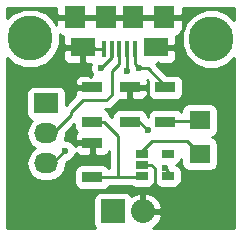
<source format=gbr>
G04 #@! TF.FileFunction,Copper,L1,Top,Signal*
%FSLAX46Y46*%
G04 Gerber Fmt 4.6, Leading zero omitted, Abs format (unit mm)*
G04 Created by KiCad (PCBNEW 4.0.2-stable) date 3/23/2016 4:19:05 PM*
%MOMM*%
G01*
G04 APERTURE LIST*
%ADD10C,0.100000*%
%ADD11R,2.032000X1.727200*%
%ADD12O,2.032000X1.727200*%
%ADD13R,2.032000X2.032000*%
%ADD14O,2.032000X2.032000*%
%ADD15R,1.060000X0.650000*%
%ADD16R,1.700000X0.900000*%
%ADD17C,3.800000*%
%ADD18R,1.800860X1.597660*%
%ADD19R,1.800000X1.900000*%
%ADD20R,0.400000X1.350000*%
%ADD21R,2.100000X1.600000*%
%ADD22C,0.600000*%
%ADD23C,0.250000*%
%ADD24C,0.254000*%
G04 APERTURE END LIST*
D10*
D11*
X164400000Y-90500000D03*
D12*
X164400000Y-93040000D03*
X164400000Y-95580000D03*
D13*
X170050000Y-99650000D03*
D14*
X172590000Y-99650000D03*
D15*
X172500000Y-94750000D03*
X172500000Y-95700000D03*
X172500000Y-96650000D03*
X174700000Y-96650000D03*
X174700000Y-94750000D03*
D16*
X168300000Y-92050000D03*
X168300000Y-89150000D03*
X168300000Y-96750000D03*
X168300000Y-93850000D03*
X174500000Y-89150000D03*
X174500000Y-92050000D03*
X171500000Y-92050000D03*
X171500000Y-89150000D03*
D17*
X178400000Y-85050000D03*
X163000000Y-85000000D03*
D18*
X177400000Y-91930140D03*
X177400000Y-94769860D03*
D19*
X166812500Y-83185000D03*
X174412500Y-83185000D03*
X169462500Y-83185000D03*
D20*
X169312500Y-85860000D03*
X169962500Y-85860000D03*
X170612500Y-85860000D03*
X171262500Y-85860000D03*
X171912500Y-85860000D03*
D21*
X173712500Y-85735000D03*
X167512500Y-85735000D03*
D19*
X171762500Y-83185000D03*
D22*
X164400000Y-90500000D03*
X169050000Y-87500000D03*
X166000000Y-94500000D03*
X171250000Y-87750000D03*
X170050000Y-99650000D03*
X168250000Y-96700000D03*
X172250000Y-87500000D03*
X174500000Y-96000000D03*
X174700000Y-94750000D03*
X173000000Y-92750000D03*
D23*
X169962500Y-86587500D02*
X169962500Y-85860000D01*
X169050000Y-87500000D02*
X169962500Y-86587500D01*
X164400000Y-93040000D02*
X164960000Y-93040000D01*
X164960000Y-93040000D02*
X166500000Y-91500000D01*
X166500000Y-91500000D02*
X166500000Y-91250000D01*
X166500000Y-91250000D02*
X167500000Y-90250000D01*
X167500000Y-90250000D02*
X169500000Y-90250000D01*
X169500000Y-90250000D02*
X170000000Y-89750000D01*
X170000000Y-89750000D02*
X170000000Y-87750000D01*
X170000000Y-87750000D02*
X170612500Y-87137500D01*
X170612500Y-87137500D02*
X170612500Y-85860000D01*
X164400000Y-95580000D02*
X164920000Y-95580000D01*
X164920000Y-95580000D02*
X166000000Y-94500000D01*
X171250000Y-87750000D02*
X171262500Y-87737500D01*
X171262500Y-87737500D02*
X171262500Y-85860000D01*
X168250000Y-96700000D02*
X168300000Y-96750000D01*
X168300000Y-92050000D02*
X169300000Y-92050000D01*
X170500000Y-93250000D02*
X170500000Y-96750000D01*
X169300000Y-92050000D02*
X170500000Y-93250000D01*
X168300000Y-96750000D02*
X170500000Y-96750000D01*
X170500000Y-96750000D02*
X172400000Y-96750000D01*
X172400000Y-96750000D02*
X172500000Y-96650000D01*
X170050000Y-99650000D02*
X169650000Y-99650000D01*
X169312500Y-85860000D02*
X168510000Y-85860000D01*
X168510000Y-85860000D02*
X168150000Y-85500000D01*
X172500000Y-95700000D02*
X173300000Y-95700000D01*
X173600000Y-96000000D02*
X173600000Y-97650000D01*
X173300000Y-95700000D02*
X173600000Y-96000000D01*
X172500000Y-94750000D02*
X172500000Y-94550000D01*
X172500000Y-94550000D02*
X173350000Y-93700000D01*
X173350000Y-93700000D02*
X176330140Y-93700000D01*
X176330140Y-93700000D02*
X177400000Y-94769860D01*
X174500000Y-89150000D02*
X174500000Y-89000000D01*
X174500000Y-89000000D02*
X173000000Y-87500000D01*
X173000000Y-87500000D02*
X172250000Y-87500000D01*
X174700000Y-96650000D02*
X174700000Y-96200000D01*
X171912500Y-87162500D02*
X171912500Y-85860000D01*
X172250000Y-87500000D02*
X171912500Y-87162500D01*
X174700000Y-96200000D02*
X174500000Y-96000000D01*
X172300000Y-92050000D02*
X173000000Y-92750000D01*
X172300000Y-92050000D02*
X171500000Y-92050000D01*
X177400000Y-91980140D02*
X174569860Y-91980140D01*
X174569860Y-91980140D02*
X174500000Y-92050000D01*
D24*
G36*
X165277500Y-82899250D02*
X165436250Y-83058000D01*
X166685500Y-83058000D01*
X166685500Y-83038000D01*
X166939500Y-83038000D01*
X166939500Y-83058000D01*
X169335500Y-83058000D01*
X169335500Y-83038000D01*
X169589500Y-83038000D01*
X169589500Y-83058000D01*
X171635500Y-83058000D01*
X171635500Y-83038000D01*
X171889500Y-83038000D01*
X171889500Y-83058000D01*
X174285500Y-83058000D01*
X174285500Y-83038000D01*
X174539500Y-83038000D01*
X174539500Y-83058000D01*
X175788750Y-83058000D01*
X175947500Y-82899250D01*
X175947500Y-82460000D01*
X180340000Y-82460000D01*
X180340000Y-83405224D01*
X179837837Y-82902184D01*
X178906455Y-82515441D01*
X177897969Y-82514561D01*
X176965914Y-82899678D01*
X176252184Y-83612163D01*
X175865441Y-84543545D01*
X175864561Y-85552031D01*
X176249678Y-86484086D01*
X176962163Y-87197816D01*
X177893545Y-87584559D01*
X178902031Y-87585439D01*
X179834086Y-87200322D01*
X180340000Y-86695290D01*
X180340000Y-101040000D01*
X173472488Y-101040000D01*
X173927188Y-100618379D01*
X174195983Y-100032946D01*
X174077367Y-99777000D01*
X172717000Y-99777000D01*
X172717000Y-99797000D01*
X172463000Y-99797000D01*
X172463000Y-99777000D01*
X172443000Y-99777000D01*
X172443000Y-99523000D01*
X172463000Y-99523000D01*
X172463000Y-98163164D01*
X172717000Y-98163164D01*
X172717000Y-99523000D01*
X174077367Y-99523000D01*
X174195983Y-99267054D01*
X173927188Y-98681621D01*
X173454818Y-98243615D01*
X172972944Y-98044025D01*
X172717000Y-98163164D01*
X172463000Y-98163164D01*
X172207056Y-98044025D01*
X171725182Y-98243615D01*
X171627602Y-98334097D01*
X171530090Y-98182559D01*
X171317890Y-98037569D01*
X171066000Y-97986560D01*
X169034000Y-97986560D01*
X168798683Y-98030838D01*
X168582559Y-98169910D01*
X168437569Y-98382110D01*
X168386560Y-98634000D01*
X168386560Y-100666000D01*
X168430838Y-100901317D01*
X168520078Y-101040000D01*
X161110000Y-101040000D01*
X161110000Y-86694863D01*
X161562163Y-87147816D01*
X162493545Y-87534559D01*
X163502031Y-87535439D01*
X164434086Y-87150322D01*
X165147816Y-86437837D01*
X165321005Y-86020750D01*
X165827500Y-86020750D01*
X165827500Y-86661310D01*
X165924173Y-86894699D01*
X166102802Y-87073327D01*
X166336191Y-87170000D01*
X167226750Y-87170000D01*
X167385500Y-87011250D01*
X167385500Y-85862000D01*
X165986250Y-85862000D01*
X165827500Y-86020750D01*
X165321005Y-86020750D01*
X165534559Y-85506455D01*
X165535301Y-84655826D01*
X165552802Y-84673327D01*
X165786191Y-84770000D01*
X165843526Y-84770000D01*
X165827500Y-84808690D01*
X165827500Y-85449250D01*
X165986250Y-85608000D01*
X167385500Y-85608000D01*
X167385500Y-85588000D01*
X167639500Y-85588000D01*
X167639500Y-85608000D01*
X167659500Y-85608000D01*
X167659500Y-85862000D01*
X167639500Y-85862000D01*
X167639500Y-87011250D01*
X167798250Y-87170000D01*
X168174625Y-87170000D01*
X168115162Y-87313201D01*
X168114838Y-87685167D01*
X168256883Y-88028943D01*
X168292877Y-88065000D01*
X168172998Y-88065000D01*
X168172998Y-88223748D01*
X168014250Y-88065000D01*
X167323690Y-88065000D01*
X167090301Y-88161673D01*
X166911673Y-88340302D01*
X166815000Y-88573691D01*
X166815000Y-88864250D01*
X166973750Y-89023000D01*
X168173000Y-89023000D01*
X168173000Y-89003000D01*
X168427000Y-89003000D01*
X168427000Y-89023000D01*
X168447000Y-89023000D01*
X168447000Y-89277000D01*
X168427000Y-89277000D01*
X168427000Y-89297000D01*
X168173000Y-89297000D01*
X168173000Y-89277000D01*
X166973750Y-89277000D01*
X166815000Y-89435750D01*
X166815000Y-89726309D01*
X166854215Y-89820983D01*
X166063440Y-90611758D01*
X166063440Y-89636400D01*
X166019162Y-89401083D01*
X165880090Y-89184959D01*
X165667890Y-89039969D01*
X165416000Y-88988960D01*
X163384000Y-88988960D01*
X163148683Y-89033238D01*
X162932559Y-89172310D01*
X162787569Y-89384510D01*
X162736560Y-89636400D01*
X162736560Y-91363600D01*
X162780838Y-91598917D01*
X162919910Y-91815041D01*
X163132110Y-91960031D01*
X163173439Y-91968400D01*
X163155585Y-91980330D01*
X162830729Y-92466511D01*
X162716655Y-93040000D01*
X162830729Y-93613489D01*
X163155585Y-94099670D01*
X163470366Y-94310000D01*
X163155585Y-94520330D01*
X162830729Y-95006511D01*
X162716655Y-95580000D01*
X162830729Y-96153489D01*
X163155585Y-96639670D01*
X163641766Y-96964526D01*
X164215255Y-97078600D01*
X164584745Y-97078600D01*
X165158234Y-96964526D01*
X165644415Y-96639670D01*
X165969271Y-96153489D01*
X166083345Y-95580000D01*
X166068655Y-95506147D01*
X166139680Y-95435122D01*
X166185167Y-95435162D01*
X166528943Y-95293117D01*
X166792192Y-95030327D01*
X166934838Y-94686799D01*
X166934841Y-94682867D01*
X167090301Y-94838327D01*
X167323690Y-94935000D01*
X168014250Y-94935000D01*
X168173000Y-94776250D01*
X168173000Y-93977000D01*
X166973750Y-93977000D01*
X166847668Y-94103082D01*
X166793117Y-93971057D01*
X166530327Y-93707808D01*
X166186799Y-93565162D01*
X165978920Y-93564981D01*
X166083345Y-93040000D01*
X166075291Y-92999511D01*
X166802560Y-92272242D01*
X166802560Y-92500000D01*
X166846838Y-92735317D01*
X166985910Y-92951441D01*
X166994598Y-92957377D01*
X166911673Y-93040302D01*
X166815000Y-93273691D01*
X166815000Y-93564250D01*
X166973750Y-93723000D01*
X168173000Y-93723000D01*
X168173000Y-93703000D01*
X168427000Y-93703000D01*
X168427000Y-93723000D01*
X168447000Y-93723000D01*
X168447000Y-93977000D01*
X168427000Y-93977000D01*
X168427000Y-94776250D01*
X168585750Y-94935000D01*
X169276310Y-94935000D01*
X169509699Y-94838327D01*
X169688327Y-94659698D01*
X169740000Y-94534948D01*
X169740000Y-95990000D01*
X169705105Y-95990000D01*
X169614090Y-95848559D01*
X169401890Y-95703569D01*
X169150000Y-95652560D01*
X167450000Y-95652560D01*
X167214683Y-95696838D01*
X166998559Y-95835910D01*
X166853569Y-96048110D01*
X166802560Y-96300000D01*
X166802560Y-97200000D01*
X166846838Y-97435317D01*
X166985910Y-97651441D01*
X167198110Y-97796431D01*
X167450000Y-97847440D01*
X169150000Y-97847440D01*
X169385317Y-97803162D01*
X169601441Y-97664090D01*
X169706726Y-97510000D01*
X171628203Y-97510000D01*
X171718110Y-97571431D01*
X171970000Y-97622440D01*
X173030000Y-97622440D01*
X173265317Y-97578162D01*
X173481441Y-97439090D01*
X173601233Y-97263768D01*
X173705910Y-97426441D01*
X173918110Y-97571431D01*
X174170000Y-97622440D01*
X175230000Y-97622440D01*
X175465317Y-97578162D01*
X175681441Y-97439090D01*
X175826431Y-97226890D01*
X175877440Y-96975000D01*
X175877440Y-96325000D01*
X175833162Y-96089683D01*
X175694090Y-95873559D01*
X175481890Y-95728569D01*
X175391997Y-95710365D01*
X175384940Y-95693286D01*
X175465317Y-95678162D01*
X175681441Y-95539090D01*
X175826431Y-95326890D01*
X175852130Y-95199985D01*
X175852130Y-95568690D01*
X175896408Y-95804007D01*
X176035480Y-96020131D01*
X176247680Y-96165121D01*
X176499570Y-96216130D01*
X178300430Y-96216130D01*
X178535747Y-96171852D01*
X178751871Y-96032780D01*
X178896861Y-95820580D01*
X178947870Y-95568690D01*
X178947870Y-93971030D01*
X178903592Y-93735713D01*
X178764520Y-93519589D01*
X178552320Y-93374599D01*
X178435634Y-93350970D01*
X178535747Y-93332132D01*
X178751871Y-93193060D01*
X178896861Y-92980860D01*
X178947870Y-92728970D01*
X178947870Y-91131310D01*
X178903592Y-90895993D01*
X178764520Y-90679869D01*
X178552320Y-90534879D01*
X178300430Y-90483870D01*
X176499570Y-90483870D01*
X176264253Y-90528148D01*
X176048129Y-90667220D01*
X175903139Y-90879420D01*
X175852130Y-91131310D01*
X175852130Y-91207675D01*
X175814090Y-91148559D01*
X175601890Y-91003569D01*
X175350000Y-90952560D01*
X173650000Y-90952560D01*
X173414683Y-90996838D01*
X173198559Y-91135910D01*
X173053569Y-91348110D01*
X173002560Y-91600000D01*
X173002560Y-91677758D01*
X172997440Y-91672638D01*
X172997440Y-91600000D01*
X172953162Y-91364683D01*
X172814090Y-91148559D01*
X172601890Y-91003569D01*
X172350000Y-90952560D01*
X170650000Y-90952560D01*
X170414683Y-90996838D01*
X170198559Y-91135910D01*
X170053569Y-91348110D01*
X170002560Y-91600000D01*
X170002560Y-91677758D01*
X169837401Y-91512599D01*
X169772883Y-91469489D01*
X169753162Y-91364683D01*
X169614090Y-91148559D01*
X169411302Y-91010000D01*
X169500000Y-91010000D01*
X169790839Y-90952148D01*
X170037401Y-90787401D01*
X170537401Y-90287401D01*
X170572414Y-90235000D01*
X171214250Y-90235000D01*
X171373000Y-90076250D01*
X171373000Y-89277000D01*
X171627000Y-89277000D01*
X171627000Y-90076250D01*
X171785750Y-90235000D01*
X172476310Y-90235000D01*
X172709699Y-90138327D01*
X172888327Y-89959698D01*
X172985000Y-89726309D01*
X172985000Y-89435750D01*
X172826250Y-89277000D01*
X171627000Y-89277000D01*
X171373000Y-89277000D01*
X171353000Y-89277000D01*
X171353000Y-89023000D01*
X171373000Y-89023000D01*
X171373000Y-89003000D01*
X171627000Y-89003000D01*
X171627000Y-89023000D01*
X172826250Y-89023000D01*
X172985000Y-88864250D01*
X172985000Y-88573691D01*
X172975179Y-88549981D01*
X173023213Y-88598015D01*
X173002560Y-88700000D01*
X173002560Y-89600000D01*
X173046838Y-89835317D01*
X173185910Y-90051441D01*
X173398110Y-90196431D01*
X173650000Y-90247440D01*
X175350000Y-90247440D01*
X175585317Y-90203162D01*
X175801441Y-90064090D01*
X175946431Y-89851890D01*
X175997440Y-89600000D01*
X175997440Y-88700000D01*
X175953162Y-88464683D01*
X175814090Y-88248559D01*
X175601890Y-88103569D01*
X175350000Y-88052560D01*
X174627362Y-88052560D01*
X173744802Y-87170000D01*
X173839502Y-87170000D01*
X173839502Y-87011252D01*
X173998250Y-87170000D01*
X174888809Y-87170000D01*
X175122198Y-87073327D01*
X175300827Y-86894699D01*
X175397500Y-86661310D01*
X175397500Y-86020750D01*
X175238750Y-85862000D01*
X173839500Y-85862000D01*
X173839500Y-85882000D01*
X173585500Y-85882000D01*
X173585500Y-85862000D01*
X173565500Y-85862000D01*
X173565500Y-85608000D01*
X173585500Y-85608000D01*
X173585500Y-85588000D01*
X173839500Y-85588000D01*
X173839500Y-85608000D01*
X175238750Y-85608000D01*
X175397500Y-85449250D01*
X175397500Y-84808690D01*
X175381474Y-84770000D01*
X175438809Y-84770000D01*
X175672198Y-84673327D01*
X175850827Y-84494699D01*
X175947500Y-84261310D01*
X175947500Y-83470750D01*
X175788750Y-83312000D01*
X174539500Y-83312000D01*
X174539500Y-83332000D01*
X174285500Y-83332000D01*
X174285500Y-83312000D01*
X171889500Y-83312000D01*
X171889500Y-83332000D01*
X171635500Y-83332000D01*
X171635500Y-83312000D01*
X169589500Y-83312000D01*
X169589500Y-83332000D01*
X169335500Y-83332000D01*
X169335500Y-83312000D01*
X166939500Y-83312000D01*
X166939500Y-83332000D01*
X166685500Y-83332000D01*
X166685500Y-83312000D01*
X165436250Y-83312000D01*
X165277500Y-83470750D01*
X165277500Y-83873708D01*
X165150322Y-83565914D01*
X164437837Y-82852184D01*
X163506455Y-82465441D01*
X162497969Y-82464561D01*
X161565914Y-82849678D01*
X161110000Y-83304797D01*
X161110000Y-82460000D01*
X165277500Y-82460000D01*
X165277500Y-82899250D01*
X165277500Y-82899250D01*
G37*
X165277500Y-82899250D02*
X165436250Y-83058000D01*
X166685500Y-83058000D01*
X166685500Y-83038000D01*
X166939500Y-83038000D01*
X166939500Y-83058000D01*
X169335500Y-83058000D01*
X169335500Y-83038000D01*
X169589500Y-83038000D01*
X169589500Y-83058000D01*
X171635500Y-83058000D01*
X171635500Y-83038000D01*
X171889500Y-83038000D01*
X171889500Y-83058000D01*
X174285500Y-83058000D01*
X174285500Y-83038000D01*
X174539500Y-83038000D01*
X174539500Y-83058000D01*
X175788750Y-83058000D01*
X175947500Y-82899250D01*
X175947500Y-82460000D01*
X180340000Y-82460000D01*
X180340000Y-83405224D01*
X179837837Y-82902184D01*
X178906455Y-82515441D01*
X177897969Y-82514561D01*
X176965914Y-82899678D01*
X176252184Y-83612163D01*
X175865441Y-84543545D01*
X175864561Y-85552031D01*
X176249678Y-86484086D01*
X176962163Y-87197816D01*
X177893545Y-87584559D01*
X178902031Y-87585439D01*
X179834086Y-87200322D01*
X180340000Y-86695290D01*
X180340000Y-101040000D01*
X173472488Y-101040000D01*
X173927188Y-100618379D01*
X174195983Y-100032946D01*
X174077367Y-99777000D01*
X172717000Y-99777000D01*
X172717000Y-99797000D01*
X172463000Y-99797000D01*
X172463000Y-99777000D01*
X172443000Y-99777000D01*
X172443000Y-99523000D01*
X172463000Y-99523000D01*
X172463000Y-98163164D01*
X172717000Y-98163164D01*
X172717000Y-99523000D01*
X174077367Y-99523000D01*
X174195983Y-99267054D01*
X173927188Y-98681621D01*
X173454818Y-98243615D01*
X172972944Y-98044025D01*
X172717000Y-98163164D01*
X172463000Y-98163164D01*
X172207056Y-98044025D01*
X171725182Y-98243615D01*
X171627602Y-98334097D01*
X171530090Y-98182559D01*
X171317890Y-98037569D01*
X171066000Y-97986560D01*
X169034000Y-97986560D01*
X168798683Y-98030838D01*
X168582559Y-98169910D01*
X168437569Y-98382110D01*
X168386560Y-98634000D01*
X168386560Y-100666000D01*
X168430838Y-100901317D01*
X168520078Y-101040000D01*
X161110000Y-101040000D01*
X161110000Y-86694863D01*
X161562163Y-87147816D01*
X162493545Y-87534559D01*
X163502031Y-87535439D01*
X164434086Y-87150322D01*
X165147816Y-86437837D01*
X165321005Y-86020750D01*
X165827500Y-86020750D01*
X165827500Y-86661310D01*
X165924173Y-86894699D01*
X166102802Y-87073327D01*
X166336191Y-87170000D01*
X167226750Y-87170000D01*
X167385500Y-87011250D01*
X167385500Y-85862000D01*
X165986250Y-85862000D01*
X165827500Y-86020750D01*
X165321005Y-86020750D01*
X165534559Y-85506455D01*
X165535301Y-84655826D01*
X165552802Y-84673327D01*
X165786191Y-84770000D01*
X165843526Y-84770000D01*
X165827500Y-84808690D01*
X165827500Y-85449250D01*
X165986250Y-85608000D01*
X167385500Y-85608000D01*
X167385500Y-85588000D01*
X167639500Y-85588000D01*
X167639500Y-85608000D01*
X167659500Y-85608000D01*
X167659500Y-85862000D01*
X167639500Y-85862000D01*
X167639500Y-87011250D01*
X167798250Y-87170000D01*
X168174625Y-87170000D01*
X168115162Y-87313201D01*
X168114838Y-87685167D01*
X168256883Y-88028943D01*
X168292877Y-88065000D01*
X168172998Y-88065000D01*
X168172998Y-88223748D01*
X168014250Y-88065000D01*
X167323690Y-88065000D01*
X167090301Y-88161673D01*
X166911673Y-88340302D01*
X166815000Y-88573691D01*
X166815000Y-88864250D01*
X166973750Y-89023000D01*
X168173000Y-89023000D01*
X168173000Y-89003000D01*
X168427000Y-89003000D01*
X168427000Y-89023000D01*
X168447000Y-89023000D01*
X168447000Y-89277000D01*
X168427000Y-89277000D01*
X168427000Y-89297000D01*
X168173000Y-89297000D01*
X168173000Y-89277000D01*
X166973750Y-89277000D01*
X166815000Y-89435750D01*
X166815000Y-89726309D01*
X166854215Y-89820983D01*
X166063440Y-90611758D01*
X166063440Y-89636400D01*
X166019162Y-89401083D01*
X165880090Y-89184959D01*
X165667890Y-89039969D01*
X165416000Y-88988960D01*
X163384000Y-88988960D01*
X163148683Y-89033238D01*
X162932559Y-89172310D01*
X162787569Y-89384510D01*
X162736560Y-89636400D01*
X162736560Y-91363600D01*
X162780838Y-91598917D01*
X162919910Y-91815041D01*
X163132110Y-91960031D01*
X163173439Y-91968400D01*
X163155585Y-91980330D01*
X162830729Y-92466511D01*
X162716655Y-93040000D01*
X162830729Y-93613489D01*
X163155585Y-94099670D01*
X163470366Y-94310000D01*
X163155585Y-94520330D01*
X162830729Y-95006511D01*
X162716655Y-95580000D01*
X162830729Y-96153489D01*
X163155585Y-96639670D01*
X163641766Y-96964526D01*
X164215255Y-97078600D01*
X164584745Y-97078600D01*
X165158234Y-96964526D01*
X165644415Y-96639670D01*
X165969271Y-96153489D01*
X166083345Y-95580000D01*
X166068655Y-95506147D01*
X166139680Y-95435122D01*
X166185167Y-95435162D01*
X166528943Y-95293117D01*
X166792192Y-95030327D01*
X166934838Y-94686799D01*
X166934841Y-94682867D01*
X167090301Y-94838327D01*
X167323690Y-94935000D01*
X168014250Y-94935000D01*
X168173000Y-94776250D01*
X168173000Y-93977000D01*
X166973750Y-93977000D01*
X166847668Y-94103082D01*
X166793117Y-93971057D01*
X166530327Y-93707808D01*
X166186799Y-93565162D01*
X165978920Y-93564981D01*
X166083345Y-93040000D01*
X166075291Y-92999511D01*
X166802560Y-92272242D01*
X166802560Y-92500000D01*
X166846838Y-92735317D01*
X166985910Y-92951441D01*
X166994598Y-92957377D01*
X166911673Y-93040302D01*
X166815000Y-93273691D01*
X166815000Y-93564250D01*
X166973750Y-93723000D01*
X168173000Y-93723000D01*
X168173000Y-93703000D01*
X168427000Y-93703000D01*
X168427000Y-93723000D01*
X168447000Y-93723000D01*
X168447000Y-93977000D01*
X168427000Y-93977000D01*
X168427000Y-94776250D01*
X168585750Y-94935000D01*
X169276310Y-94935000D01*
X169509699Y-94838327D01*
X169688327Y-94659698D01*
X169740000Y-94534948D01*
X169740000Y-95990000D01*
X169705105Y-95990000D01*
X169614090Y-95848559D01*
X169401890Y-95703569D01*
X169150000Y-95652560D01*
X167450000Y-95652560D01*
X167214683Y-95696838D01*
X166998559Y-95835910D01*
X166853569Y-96048110D01*
X166802560Y-96300000D01*
X166802560Y-97200000D01*
X166846838Y-97435317D01*
X166985910Y-97651441D01*
X167198110Y-97796431D01*
X167450000Y-97847440D01*
X169150000Y-97847440D01*
X169385317Y-97803162D01*
X169601441Y-97664090D01*
X169706726Y-97510000D01*
X171628203Y-97510000D01*
X171718110Y-97571431D01*
X171970000Y-97622440D01*
X173030000Y-97622440D01*
X173265317Y-97578162D01*
X173481441Y-97439090D01*
X173601233Y-97263768D01*
X173705910Y-97426441D01*
X173918110Y-97571431D01*
X174170000Y-97622440D01*
X175230000Y-97622440D01*
X175465317Y-97578162D01*
X175681441Y-97439090D01*
X175826431Y-97226890D01*
X175877440Y-96975000D01*
X175877440Y-96325000D01*
X175833162Y-96089683D01*
X175694090Y-95873559D01*
X175481890Y-95728569D01*
X175391997Y-95710365D01*
X175384940Y-95693286D01*
X175465317Y-95678162D01*
X175681441Y-95539090D01*
X175826431Y-95326890D01*
X175852130Y-95199985D01*
X175852130Y-95568690D01*
X175896408Y-95804007D01*
X176035480Y-96020131D01*
X176247680Y-96165121D01*
X176499570Y-96216130D01*
X178300430Y-96216130D01*
X178535747Y-96171852D01*
X178751871Y-96032780D01*
X178896861Y-95820580D01*
X178947870Y-95568690D01*
X178947870Y-93971030D01*
X178903592Y-93735713D01*
X178764520Y-93519589D01*
X178552320Y-93374599D01*
X178435634Y-93350970D01*
X178535747Y-93332132D01*
X178751871Y-93193060D01*
X178896861Y-92980860D01*
X178947870Y-92728970D01*
X178947870Y-91131310D01*
X178903592Y-90895993D01*
X178764520Y-90679869D01*
X178552320Y-90534879D01*
X178300430Y-90483870D01*
X176499570Y-90483870D01*
X176264253Y-90528148D01*
X176048129Y-90667220D01*
X175903139Y-90879420D01*
X175852130Y-91131310D01*
X175852130Y-91207675D01*
X175814090Y-91148559D01*
X175601890Y-91003569D01*
X175350000Y-90952560D01*
X173650000Y-90952560D01*
X173414683Y-90996838D01*
X173198559Y-91135910D01*
X173053569Y-91348110D01*
X173002560Y-91600000D01*
X173002560Y-91677758D01*
X172997440Y-91672638D01*
X172997440Y-91600000D01*
X172953162Y-91364683D01*
X172814090Y-91148559D01*
X172601890Y-91003569D01*
X172350000Y-90952560D01*
X170650000Y-90952560D01*
X170414683Y-90996838D01*
X170198559Y-91135910D01*
X170053569Y-91348110D01*
X170002560Y-91600000D01*
X170002560Y-91677758D01*
X169837401Y-91512599D01*
X169772883Y-91469489D01*
X169753162Y-91364683D01*
X169614090Y-91148559D01*
X169411302Y-91010000D01*
X169500000Y-91010000D01*
X169790839Y-90952148D01*
X170037401Y-90787401D01*
X170537401Y-90287401D01*
X170572414Y-90235000D01*
X171214250Y-90235000D01*
X171373000Y-90076250D01*
X171373000Y-89277000D01*
X171627000Y-89277000D01*
X171627000Y-90076250D01*
X171785750Y-90235000D01*
X172476310Y-90235000D01*
X172709699Y-90138327D01*
X172888327Y-89959698D01*
X172985000Y-89726309D01*
X172985000Y-89435750D01*
X172826250Y-89277000D01*
X171627000Y-89277000D01*
X171373000Y-89277000D01*
X171353000Y-89277000D01*
X171353000Y-89023000D01*
X171373000Y-89023000D01*
X171373000Y-89003000D01*
X171627000Y-89003000D01*
X171627000Y-89023000D01*
X172826250Y-89023000D01*
X172985000Y-88864250D01*
X172985000Y-88573691D01*
X172975179Y-88549981D01*
X173023213Y-88598015D01*
X173002560Y-88700000D01*
X173002560Y-89600000D01*
X173046838Y-89835317D01*
X173185910Y-90051441D01*
X173398110Y-90196431D01*
X173650000Y-90247440D01*
X175350000Y-90247440D01*
X175585317Y-90203162D01*
X175801441Y-90064090D01*
X175946431Y-89851890D01*
X175997440Y-89600000D01*
X175997440Y-88700000D01*
X175953162Y-88464683D01*
X175814090Y-88248559D01*
X175601890Y-88103569D01*
X175350000Y-88052560D01*
X174627362Y-88052560D01*
X173744802Y-87170000D01*
X173839502Y-87170000D01*
X173839502Y-87011252D01*
X173998250Y-87170000D01*
X174888809Y-87170000D01*
X175122198Y-87073327D01*
X175300827Y-86894699D01*
X175397500Y-86661310D01*
X175397500Y-86020750D01*
X175238750Y-85862000D01*
X173839500Y-85862000D01*
X173839500Y-85882000D01*
X173585500Y-85882000D01*
X173585500Y-85862000D01*
X173565500Y-85862000D01*
X173565500Y-85608000D01*
X173585500Y-85608000D01*
X173585500Y-85588000D01*
X173839500Y-85588000D01*
X173839500Y-85608000D01*
X175238750Y-85608000D01*
X175397500Y-85449250D01*
X175397500Y-84808690D01*
X175381474Y-84770000D01*
X175438809Y-84770000D01*
X175672198Y-84673327D01*
X175850827Y-84494699D01*
X175947500Y-84261310D01*
X175947500Y-83470750D01*
X175788750Y-83312000D01*
X174539500Y-83312000D01*
X174539500Y-83332000D01*
X174285500Y-83332000D01*
X174285500Y-83312000D01*
X171889500Y-83312000D01*
X171889500Y-83332000D01*
X171635500Y-83332000D01*
X171635500Y-83312000D01*
X169589500Y-83312000D01*
X169589500Y-83332000D01*
X169335500Y-83332000D01*
X169335500Y-83312000D01*
X166939500Y-83312000D01*
X166939500Y-83332000D01*
X166685500Y-83332000D01*
X166685500Y-83312000D01*
X165436250Y-83312000D01*
X165277500Y-83470750D01*
X165277500Y-83873708D01*
X165150322Y-83565914D01*
X164437837Y-82852184D01*
X163506455Y-82465441D01*
X162497969Y-82464561D01*
X161565914Y-82849678D01*
X161110000Y-83304797D01*
X161110000Y-82460000D01*
X165277500Y-82460000D01*
X165277500Y-82899250D01*
M02*

</source>
